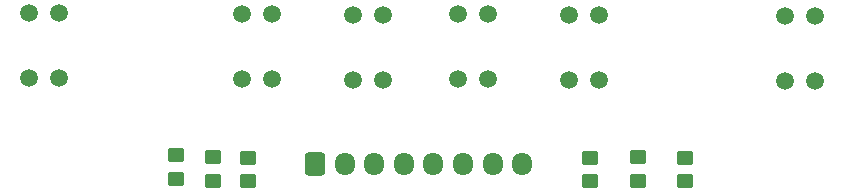
<source format=gbr>
%TF.GenerationSoftware,KiCad,Pcbnew,7.0.5*%
%TF.CreationDate,2023-07-20T19:52:18-07:00*%
%TF.ProjectId,tape sensor smd,74617065-2073-4656-9e73-6f7220736d64,rev?*%
%TF.SameCoordinates,Original*%
%TF.FileFunction,Soldermask,Top*%
%TF.FilePolarity,Negative*%
%FSLAX46Y46*%
G04 Gerber Fmt 4.6, Leading zero omitted, Abs format (unit mm)*
G04 Created by KiCad (PCBNEW 7.0.5) date 2023-07-20 19:52:18*
%MOMM*%
%LPD*%
G01*
G04 APERTURE LIST*
G04 Aperture macros list*
%AMRoundRect*
0 Rectangle with rounded corners*
0 $1 Rounding radius*
0 $2 $3 $4 $5 $6 $7 $8 $9 X,Y pos of 4 corners*
0 Add a 4 corners polygon primitive as box body*
4,1,4,$2,$3,$4,$5,$6,$7,$8,$9,$2,$3,0*
0 Add four circle primitives for the rounded corners*
1,1,$1+$1,$2,$3*
1,1,$1+$1,$4,$5*
1,1,$1+$1,$6,$7*
1,1,$1+$1,$8,$9*
0 Add four rect primitives between the rounded corners*
20,1,$1+$1,$2,$3,$4,$5,0*
20,1,$1+$1,$4,$5,$6,$7,0*
20,1,$1+$1,$6,$7,$8,$9,0*
20,1,$1+$1,$8,$9,$2,$3,0*%
G04 Aperture macros list end*
%ADD10RoundRect,0.250000X-0.450000X0.350000X-0.450000X-0.350000X0.450000X-0.350000X0.450000X0.350000X0*%
%ADD11C,1.500000*%
%ADD12RoundRect,0.250000X-0.600000X-0.725000X0.600000X-0.725000X0.600000X0.725000X-0.600000X0.725000X0*%
%ADD13O,1.700000X1.950000*%
G04 APERTURE END LIST*
D10*
%TO.C,R6*%
X201810000Y-111980000D03*
X201810000Y-113980000D03*
%TD*%
%TO.C,R1*%
X162690000Y-111780000D03*
X162690000Y-113780000D03*
%TD*%
D11*
%TO.C,U5*%
X168340000Y-99870000D03*
X170880000Y-99870000D03*
X168340000Y-105370000D03*
X170880000Y-105370000D03*
%TD*%
D10*
%TO.C,R2*%
X168810000Y-112000000D03*
X168810000Y-114000000D03*
%TD*%
D11*
%TO.C,U2*%
X177700000Y-99920000D03*
X180240000Y-99920000D03*
X177700000Y-105420000D03*
X180240000Y-105420000D03*
%TD*%
%TO.C,U4*%
X214290000Y-100020000D03*
X216830000Y-100020000D03*
X214290000Y-105520000D03*
X216830000Y-105520000D03*
%TD*%
D10*
%TO.C,R3*%
X197810000Y-112000000D03*
X197810000Y-114000000D03*
%TD*%
%TO.C,R5*%
X165810000Y-111970000D03*
X165810000Y-113970000D03*
%TD*%
D11*
%TO.C,U1*%
X150270000Y-99780000D03*
X152810000Y-99780000D03*
X150270000Y-105280000D03*
X152810000Y-105280000D03*
%TD*%
D10*
%TO.C,R4*%
X205810000Y-112000000D03*
X205810000Y-114000000D03*
%TD*%
D11*
%TO.C,U6*%
X195980000Y-99920000D03*
X198520000Y-99920000D03*
X195980000Y-105420000D03*
X198520000Y-105420000D03*
%TD*%
D12*
%TO.C,J1*%
X174520000Y-112520000D03*
D13*
X177020000Y-112520000D03*
X179520000Y-112520000D03*
X182020000Y-112520000D03*
X184520000Y-112520000D03*
X187020000Y-112520000D03*
X189520000Y-112520000D03*
X192020000Y-112520000D03*
%TD*%
D11*
%TO.C,U3*%
X186630000Y-99850000D03*
X189170000Y-99850000D03*
X186630000Y-105350000D03*
X189170000Y-105350000D03*
%TD*%
M02*

</source>
